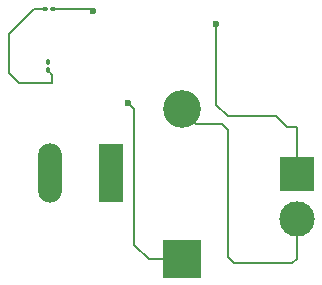
<source format=gbr>
G04 #@! TF.GenerationSoftware,KiCad,Pcbnew,9.0.1*
G04 #@! TF.CreationDate,2026-02-11T02:11:43+05:30*
G04 #@! TF.ProjectId,kicadfiles.txt,6b696361-6466-4696-9c65-732e7478742e,rev?*
G04 #@! TF.SameCoordinates,Original*
G04 #@! TF.FileFunction,Copper,L1,Top*
G04 #@! TF.FilePolarity,Positive*
%FSLAX46Y46*%
G04 Gerber Fmt 4.6, Leading zero omitted, Abs format (unit mm)*
G04 Created by KiCad (PCBNEW 9.0.1) date 2026-02-11 02:11:43*
%MOMM*%
%LPD*%
G01*
G04 APERTURE LIST*
G04 Aperture macros list*
%AMRoundRect*
0 Rectangle with rounded corners*
0 $1 Rounding radius*
0 $2 $3 $4 $5 $6 $7 $8 $9 X,Y pos of 4 corners*
0 Add a 4 corners polygon primitive as box body*
4,1,4,$2,$3,$4,$5,$6,$7,$8,$9,$2,$3,0*
0 Add four circle primitives for the rounded corners*
1,1,$1+$1,$2,$3*
1,1,$1+$1,$4,$5*
1,1,$1+$1,$6,$7*
1,1,$1+$1,$8,$9*
0 Add four rect primitives between the rounded corners*
20,1,$1+$1,$2,$3,$4,$5,0*
20,1,$1+$1,$4,$5,$6,$7,0*
20,1,$1+$1,$6,$7,$8,$9,0*
20,1,$1+$1,$8,$9,$2,$3,0*%
G04 Aperture macros list end*
G04 #@! TA.AperFunction,ComponentPad*
%ADD10R,3.000000X3.000000*%
G04 #@! TD*
G04 #@! TA.AperFunction,ComponentPad*
%ADD11C,3.000000*%
G04 #@! TD*
G04 #@! TA.AperFunction,SMDPad,CuDef*
%ADD12RoundRect,0.100000X-0.100000X0.130000X-0.100000X-0.130000X0.100000X-0.130000X0.100000X0.130000X0*%
G04 #@! TD*
G04 #@! TA.AperFunction,ComponentPad*
%ADD13R,2.020000X5.020000*%
G04 #@! TD*
G04 #@! TA.AperFunction,ComponentPad*
%ADD14O,2.020000X5.020000*%
G04 #@! TD*
G04 #@! TA.AperFunction,ComponentPad*
%ADD15R,3.200000X3.200000*%
G04 #@! TD*
G04 #@! TA.AperFunction,ComponentPad*
%ADD16O,3.200000X3.200000*%
G04 #@! TD*
G04 #@! TA.AperFunction,SMDPad,CuDef*
%ADD17RoundRect,0.100000X0.130000X0.100000X-0.130000X0.100000X-0.130000X-0.100000X0.130000X-0.100000X0*%
G04 #@! TD*
G04 #@! TA.AperFunction,ViaPad*
%ADD18C,0.600000*%
G04 #@! TD*
G04 #@! TA.AperFunction,Conductor*
%ADD19C,0.200000*%
G04 #@! TD*
G04 APERTURE END LIST*
D10*
X162230000Y-83842500D03*
D11*
X162230000Y-87722500D03*
D12*
X141135000Y-74430000D03*
X141135000Y-75070000D03*
D13*
X146500000Y-83800000D03*
D14*
X141320000Y-83800000D03*
D15*
X152480000Y-91100000D03*
D16*
X152480000Y-78400000D03*
D17*
X141560000Y-69870000D03*
X140920000Y-69870000D03*
D18*
X144950000Y-70120000D03*
X155390000Y-71150000D03*
X147960000Y-77860000D03*
D19*
X140010000Y-69870000D02*
X137860000Y-72020000D01*
X162230000Y-91040000D02*
X161870000Y-91400000D01*
X137900000Y-75320000D02*
X138740000Y-76160000D01*
X156420000Y-80200000D02*
X156440000Y-80180000D01*
X156440000Y-80180000D02*
X155870000Y-79610000D01*
X141520000Y-75455000D02*
X141135000Y-75070000D01*
X137860000Y-72020000D02*
X137900000Y-72060000D01*
X140920000Y-69870000D02*
X140010000Y-69870000D01*
X162230000Y-87722500D02*
X162230000Y-91040000D01*
X156420000Y-90940000D02*
X156420000Y-80200000D01*
X161870000Y-91400000D02*
X156880000Y-91400000D01*
X153690000Y-79610000D02*
X152480000Y-78400000D01*
X141520000Y-76160000D02*
X141520000Y-75455000D01*
X138740000Y-76160000D02*
X141520000Y-76160000D01*
X155870000Y-79610000D02*
X153690000Y-79610000D01*
X137900000Y-72060000D02*
X137900000Y-75320000D01*
X156880000Y-91400000D02*
X156420000Y-90940000D01*
X160510000Y-79010000D02*
X156400000Y-79010000D01*
X141560000Y-69870000D02*
X144700000Y-69870000D01*
X162230000Y-79900000D02*
X161400000Y-79900000D01*
X156400000Y-79010000D02*
X155390000Y-78000000D01*
X162230000Y-83842500D02*
X162230000Y-79900000D01*
X161400000Y-79900000D02*
X160510000Y-79010000D01*
X155390000Y-78000000D02*
X155390000Y-71150000D01*
X144700000Y-69870000D02*
X144950000Y-70120000D01*
X148490000Y-78390000D02*
X147960000Y-77860000D01*
X149690000Y-91100000D02*
X148490000Y-89900000D01*
X152480000Y-91100000D02*
X149690000Y-91100000D01*
X148490000Y-89900000D02*
X148490000Y-78390000D01*
M02*

</source>
